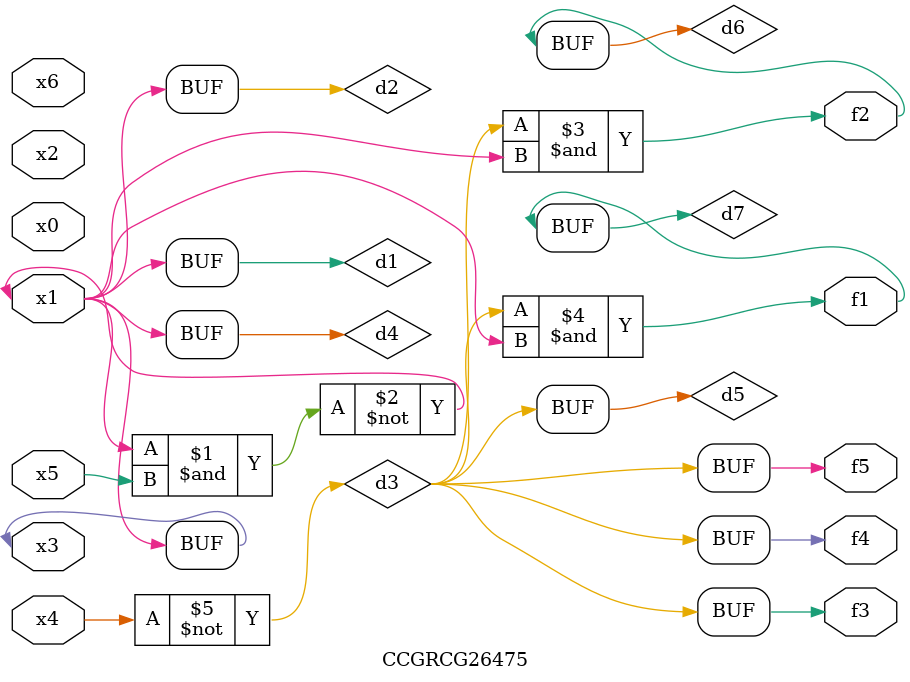
<source format=v>
module CCGRCG26475(
	input x0, x1, x2, x3, x4, x5, x6,
	output f1, f2, f3, f4, f5
);

	wire d1, d2, d3, d4, d5, d6, d7;

	buf (d1, x1, x3);
	nand (d2, x1, x5);
	not (d3, x4);
	buf (d4, d1, d2);
	buf (d5, d3);
	and (d6, d3, d4);
	and (d7, d3, d4);
	assign f1 = d7;
	assign f2 = d6;
	assign f3 = d5;
	assign f4 = d5;
	assign f5 = d5;
endmodule

</source>
